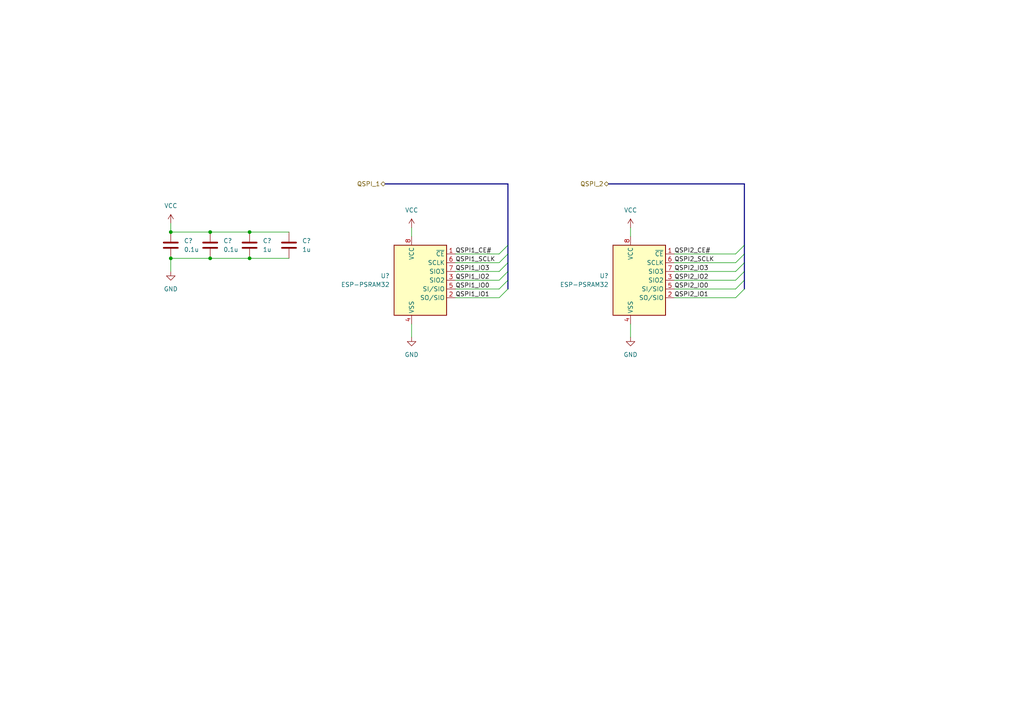
<source format=kicad_sch>
(kicad_sch (version 20221004) (generator eeschema)

  (uuid 1922ffb6-7fda-49ff-a2db-474c59a9291b)

  (paper "A4")

  (lib_symbols
    (symbol "Device:C" (pin_numbers hide) (pin_names (offset 0.254)) (in_bom yes) (on_board yes)
      (property "Reference" "C" (at 0.635 2.54 0)
        (effects (font (size 1.27 1.27)) (justify left))
      )
      (property "Value" "C" (at 0.635 -2.54 0)
        (effects (font (size 1.27 1.27)) (justify left))
      )
      (property "Footprint" "" (at 0.9652 -3.81 0)
        (effects (font (size 1.27 1.27)) hide)
      )
      (property "Datasheet" "~" (at 0 0 0)
        (effects (font (size 1.27 1.27)) hide)
      )
      (property "ki_keywords" "cap capacitor" (at 0 0 0)
        (effects (font (size 1.27 1.27)) hide)
      )
      (property "ki_description" "Unpolarized capacitor" (at 0 0 0)
        (effects (font (size 1.27 1.27)) hide)
      )
      (property "ki_fp_filters" "C_*" (at 0 0 0)
        (effects (font (size 1.27 1.27)) hide)
      )
      (symbol "C_0_1"
        (polyline
          (pts
            (xy -2.032 -0.762)
            (xy 2.032 -0.762)
          )
          (stroke (width 0.508) (type default))
          (fill (type none))
        )
        (polyline
          (pts
            (xy -2.032 0.762)
            (xy 2.032 0.762)
          )
          (stroke (width 0.508) (type default))
          (fill (type none))
        )
      )
      (symbol "C_1_1"
        (pin passive line (at 0 3.81 270) (length 2.794)
          (name "~" (effects (font (size 1.27 1.27))))
          (number "1" (effects (font (size 1.27 1.27))))
        )
        (pin passive line (at 0 -3.81 90) (length 2.794)
          (name "~" (effects (font (size 1.27 1.27))))
          (number "2" (effects (font (size 1.27 1.27))))
        )
      )
    )
    (symbol "Memory_RAM:ESP-PSRAM32" (in_bom yes) (on_board yes)
      (property "Reference" "U" (at 3.81 11.43 0)
        (effects (font (size 1.27 1.27)))
      )
      (property "Value" "ESP-PSRAM32" (at -1.27 -11.43 0)
        (effects (font (size 1.27 1.27)) (justify left))
      )
      (property "Footprint" "Package_SO:SOIC-8_3.9x4.9mm_P1.27mm" (at 0 -15.24 0)
        (effects (font (size 1.27 1.27)) hide)
      )
      (property "Datasheet" "https://www.espressif.com/sites/default/files/documentation/esp-psram32_datasheet_en.pdf" (at -10.16 12.7 0)
        (effects (font (size 1.27 1.27)) hide)
      )
      (property "ki_keywords" "32 Mbit serial pseudo SRAM MEMORY" (at 0 0 0)
        (effects (font (size 1.27 1.27)) hide)
      )
      (property "ki_description" "32 Mbit serial pseudo SRAM device organized as 4Mx8 bits, 1.8 VCC, SOIC8 (SOP8)" (at 0 0 0)
        (effects (font (size 1.27 1.27)) hide)
      )
      (property "ki_fp_filters" "SOIC*3.9x4.9mm?P1.27mm*" (at 0 0 0)
        (effects (font (size 1.27 1.27)) hide)
      )
      (symbol "ESP-PSRAM32_0_1"
        (rectangle (start -7.62 10.16) (end 7.62 -10.16)
          (stroke (width 0.254) (type default))
          (fill (type background))
        )
      )
      (symbol "ESP-PSRAM32_1_1"
        (pin input line (at 10.16 7.62 180) (length 2.54)
          (name "~{CE}" (effects (font (size 1.27 1.27))))
          (number "1" (effects (font (size 1.27 1.27))))
        )
        (pin output line (at 10.16 -5.08 180) (length 2.54)
          (name "SO/SIO" (effects (font (size 1.27 1.27))))
          (number "2" (effects (font (size 1.27 1.27))))
        )
        (pin bidirectional line (at 10.16 0 180) (length 2.54)
          (name "SIO2" (effects (font (size 1.27 1.27))))
          (number "3" (effects (font (size 1.27 1.27))))
        )
        (pin power_in line (at -2.54 -12.7 90) (length 2.54)
          (name "VSS" (effects (font (size 1.27 1.27))))
          (number "4" (effects (font (size 1.27 1.27))))
        )
        (pin input line (at 10.16 -2.54 180) (length 2.54)
          (name "SI/SIO" (effects (font (size 1.27 1.27))))
          (number "5" (effects (font (size 1.27 1.27))))
        )
        (pin output line (at 10.16 5.08 180) (length 2.54)
          (name "SCLK" (effects (font (size 1.27 1.27))))
          (number "6" (effects (font (size 1.27 1.27))))
        )
        (pin bidirectional line (at 10.16 2.54 180) (length 2.54)
          (name "SIO3" (effects (font (size 1.27 1.27))))
          (number "7" (effects (font (size 1.27 1.27))))
        )
        (pin power_in line (at -2.54 12.7 270) (length 2.54)
          (name "VCC" (effects (font (size 1.27 1.27))))
          (number "8" (effects (font (size 1.27 1.27))))
        )
      )
    )
    (symbol "fpga_extension_library:VCC_QSPI" (power) (pin_names (offset 0)) (in_bom yes) (on_board yes)
      (property "Reference" "#PWR" (at 0 -3.81 0)
        (effects (font (size 1.27 1.27)) hide)
      )
      (property "Value" "VCC_QSPI" (at 0 3.81 0)
        (effects (font (size 1.27 1.27)))
      )
      (property "Footprint" "" (at 0 0 0)
        (effects (font (size 1.27 1.27)) hide)
      )
      (property "Datasheet" "" (at 0 0 0)
        (effects (font (size 1.27 1.27)) hide)
      )
      (property "ki_keywords" "power-flag" (at 0 0 0)
        (effects (font (size 1.27 1.27)) hide)
      )
      (property "ki_description" "Power symbol creates a global label with name \"VCC\"" (at 0 0 0)
        (effects (font (size 1.27 1.27)) hide)
      )
      (symbol "VCC_QSPI_0_1"
        (polyline
          (pts
            (xy -0.762 1.27)
            (xy 0 2.54)
          )
          (stroke (width 0) (type default))
          (fill (type none))
        )
        (polyline
          (pts
            (xy 0 0)
            (xy 0 2.54)
          )
          (stroke (width 0) (type default))
          (fill (type none))
        )
        (polyline
          (pts
            (xy 0 2.54)
            (xy 0.762 1.27)
          )
          (stroke (width 0) (type default))
          (fill (type none))
        )
      )
      (symbol "VCC_QSPI_1_1"
        (pin power_in line (at 0 0 90) (length 0) hide
          (name "VCC" (effects (font (size 1.27 1.27))))
          (number "1" (effects (font (size 1.27 1.27))))
        )
      )
    )
    (symbol "power:GND" (power) (pin_names (offset 0)) (in_bom yes) (on_board yes)
      (property "Reference" "#PWR" (at 0 -6.35 0)
        (effects (font (size 1.27 1.27)) hide)
      )
      (property "Value" "GND" (at 0 -3.81 0)
        (effects (font (size 1.27 1.27)))
      )
      (property "Footprint" "" (at 0 0 0)
        (effects (font (size 1.27 1.27)) hide)
      )
      (property "Datasheet" "" (at 0 0 0)
        (effects (font (size 1.27 1.27)) hide)
      )
      (property "ki_keywords" "power-flag" (at 0 0 0)
        (effects (font (size 1.27 1.27)) hide)
      )
      (property "ki_description" "Power symbol creates a global label with name \"GND\" , ground" (at 0 0 0)
        (effects (font (size 1.27 1.27)) hide)
      )
      (symbol "GND_0_1"
        (polyline
          (pts
            (xy 0 0)
            (xy 0 -1.27)
            (xy 1.27 -1.27)
            (xy 0 -2.54)
            (xy -1.27 -1.27)
            (xy 0 -1.27)
          )
          (stroke (width 0) (type default))
          (fill (type none))
        )
      )
      (symbol "GND_1_1"
        (pin power_in line (at 0 0 270) (length 0) hide
          (name "GND" (effects (font (size 1.27 1.27))))
          (number "1" (effects (font (size 1.27 1.27))))
        )
      )
    )
  )

  (junction (at 72.39 74.93) (diameter 0) (color 0 0 0 0)
    (uuid 2f6c5dfa-8a42-467d-aa8b-92a2a24ce5c1)
  )
  (junction (at 49.53 67.31) (diameter 0) (color 0 0 0 0)
    (uuid 4058a6a6-e568-47ec-9591-c792297658ac)
  )
  (junction (at 49.53 74.93) (diameter 0) (color 0 0 0 0)
    (uuid 78529aa6-d041-47e1-9443-db79cd03ef0a)
  )
  (junction (at 60.96 67.31) (diameter 0) (color 0 0 0 0)
    (uuid abca71f5-31e5-435b-a5a4-44454bf5b631)
  )
  (junction (at 60.96 74.93) (diameter 0) (color 0 0 0 0)
    (uuid c3d97cdc-8515-43e3-b1bb-a4ab23ed37d0)
  )
  (junction (at 72.39 67.31) (diameter 0) (color 0 0 0 0)
    (uuid fd4c9e9f-c04b-4b5a-a5c5-9996dc5e426b)
  )

  (bus_entry (at 144.78 76.2) (size 2.54 -2.54)
    (stroke (width 0) (type default))
    (uuid 4065c8fb-ffcf-4b50-aba1-fa4e8cb2caef)
  )
  (bus_entry (at 213.36 73.66) (size 2.54 -2.54)
    (stroke (width 0) (type default))
    (uuid 4fe4f960-cdd9-4a2c-be2c-494e2da47eb6)
  )
  (bus_entry (at 213.36 86.36) (size 2.54 -2.54)
    (stroke (width 0) (type default))
    (uuid 604d893e-380a-42df-9481-6724dc67b540)
  )
  (bus_entry (at 213.36 78.74) (size 2.54 -2.54)
    (stroke (width 0) (type default))
    (uuid 651d972b-e163-4211-b3c3-c9a73d208f63)
  )
  (bus_entry (at 144.78 86.36) (size 2.54 -2.54)
    (stroke (width 0) (type default))
    (uuid 84a235bc-3945-41d4-9960-9b64fdbde0da)
  )
  (bus_entry (at 213.36 81.28) (size 2.54 -2.54)
    (stroke (width 0) (type default))
    (uuid 9d70127c-14f3-4ee8-9131-76ebb2cd0539)
  )
  (bus_entry (at 213.36 76.2) (size 2.54 -2.54)
    (stroke (width 0) (type default))
    (uuid bc55685a-347f-408d-a290-42c91b58c76b)
  )
  (bus_entry (at 213.36 83.82) (size 2.54 -2.54)
    (stroke (width 0) (type default))
    (uuid cf896c4e-8b5b-4398-86eb-13c99352817b)
  )
  (bus_entry (at 144.78 78.74) (size 2.54 -2.54)
    (stroke (width 0) (type default))
    (uuid d6389db2-967c-4782-b753-396a566c998a)
  )
  (bus_entry (at 144.78 83.82) (size 2.54 -2.54)
    (stroke (width 0) (type default))
    (uuid dac2e656-07de-4b92-80c6-6bff6bee838b)
  )
  (bus_entry (at 144.78 81.28) (size 2.54 -2.54)
    (stroke (width 0) (type default))
    (uuid eeec9e76-a27d-43b2-b1ce-2ae4e38ee4f5)
  )
  (bus_entry (at 144.78 73.66) (size 2.54 -2.54)
    (stroke (width 0) (type default))
    (uuid fac6a4df-3d58-4e20-bd3e-c4bb42b8ddd8)
  )

  (wire (pts (xy 83.82 67.31) (xy 72.39 67.31))
    (stroke (width 0) (type default))
    (uuid 02654ce2-7fe9-4ff3-b13a-84f4dea03707)
  )
  (wire (pts (xy 195.58 81.28) (xy 213.36 81.28))
    (stroke (width 0) (type default))
    (uuid 06339c0a-9b8a-4eb1-bdde-6ca8d7124742)
  )
  (bus (pts (xy 111.76 53.34) (xy 147.32 53.34))
    (stroke (width 0) (type default))
    (uuid 06b186c0-3ce7-496c-b7af-0b096429b92e)
  )
  (bus (pts (xy 215.9 78.74) (xy 215.9 76.2))
    (stroke (width 0) (type default))
    (uuid 12e53fbb-0d07-4e21-8cb2-c4dce72dc47d)
  )
  (bus (pts (xy 147.32 78.74) (xy 147.32 76.2))
    (stroke (width 0) (type default))
    (uuid 1fad05f0-5650-4a45-9444-2f75bec49b51)
  )

  (wire (pts (xy 132.08 86.36) (xy 144.78 86.36))
    (stroke (width 0) (type default))
    (uuid 23222c61-991b-43b3-90cf-6a9f2b461dfd)
  )
  (wire (pts (xy 49.53 74.93) (xy 49.53 78.74))
    (stroke (width 0) (type default))
    (uuid 2c7418a4-1762-4ccd-b92f-d3960e7c96ef)
  )
  (wire (pts (xy 132.08 81.28) (xy 144.78 81.28))
    (stroke (width 0) (type default))
    (uuid 53bbf9ad-38e9-4ed3-bd2c-8280d4ddb528)
  )
  (wire (pts (xy 119.38 66.04) (xy 119.38 68.58))
    (stroke (width 0) (type default))
    (uuid 5744e509-48c8-4c58-8c9e-a2f96df0d54c)
  )
  (wire (pts (xy 72.39 67.31) (xy 60.96 67.31))
    (stroke (width 0) (type default))
    (uuid 60f51faa-d4a5-4540-be65-6123615a9c38)
  )
  (wire (pts (xy 49.53 67.31) (xy 49.53 64.77))
    (stroke (width 0) (type default))
    (uuid 61562508-b76a-41c1-97e0-665911d3c06a)
  )
  (wire (pts (xy 83.82 74.93) (xy 72.39 74.93))
    (stroke (width 0) (type default))
    (uuid 65cac62c-0f7f-4da7-b41e-408ffa812655)
  )
  (wire (pts (xy 195.58 73.66) (xy 213.36 73.66))
    (stroke (width 0) (type default))
    (uuid 6ad84896-34be-4ba6-abc8-484871271d7c)
  )
  (bus (pts (xy 147.32 81.28) (xy 147.32 78.74))
    (stroke (width 0) (type default))
    (uuid 6d8334da-2f23-49a4-a23e-cdbd45d500f9)
  )
  (bus (pts (xy 147.32 76.2) (xy 147.32 73.66))
    (stroke (width 0) (type default))
    (uuid 6f5d3b62-f3c0-43a2-b311-fc71c9b26ff8)
  )

  (wire (pts (xy 195.58 83.82) (xy 213.36 83.82))
    (stroke (width 0) (type default))
    (uuid 71da9c78-abef-479b-98b4-886917672037)
  )
  (wire (pts (xy 195.58 86.36) (xy 213.36 86.36))
    (stroke (width 0) (type default))
    (uuid 7942e109-4eb1-469b-998b-9b9f6d885910)
  )
  (bus (pts (xy 215.9 73.66) (xy 215.9 71.12))
    (stroke (width 0) (type default))
    (uuid 8804647a-d2bf-4057-b8f2-928fa16353f7)
  )

  (wire (pts (xy 195.58 78.74) (xy 213.36 78.74))
    (stroke (width 0) (type default))
    (uuid 89deb64d-c920-4820-b49d-be77f17d81b1)
  )
  (wire (pts (xy 132.08 83.82) (xy 144.78 83.82))
    (stroke (width 0) (type default))
    (uuid 8b9fec4c-fe0b-42db-9878-619dbb2e8ec2)
  )
  (bus (pts (xy 215.9 71.12) (xy 215.9 53.34))
    (stroke (width 0) (type default))
    (uuid 8dc9527d-1bdf-43e1-8f8f-26ac5068ba57)
  )

  (wire (pts (xy 182.88 93.98) (xy 182.88 97.79))
    (stroke (width 0) (type default))
    (uuid 9294970f-ede1-41b2-b5e0-e4f0479740b2)
  )
  (bus (pts (xy 215.9 81.28) (xy 215.9 78.74))
    (stroke (width 0) (type default))
    (uuid 9a2204fb-9ca4-41a1-8c82-e6bf8f927415)
  )

  (wire (pts (xy 195.58 76.2) (xy 213.36 76.2))
    (stroke (width 0) (type default))
    (uuid a43d4b07-1d3f-4661-9a35-21784f63347c)
  )
  (bus (pts (xy 215.9 76.2) (xy 215.9 73.66))
    (stroke (width 0) (type default))
    (uuid a6fcb2a8-5313-48a6-8c8f-0bd79f2c2e92)
  )

  (wire (pts (xy 60.96 67.31) (xy 49.53 67.31))
    (stroke (width 0) (type default))
    (uuid b62b441f-2964-4215-a3af-ee26f1f87de4)
  )
  (wire (pts (xy 132.08 78.74) (xy 144.78 78.74))
    (stroke (width 0) (type default))
    (uuid b7045310-cff7-458f-97c5-f3305913aed7)
  )
  (bus (pts (xy 215.9 83.82) (xy 215.9 81.28))
    (stroke (width 0) (type default))
    (uuid b7a0a820-3d3e-4091-aaa1-b0bfb950d8ba)
  )
  (bus (pts (xy 147.32 83.82) (xy 147.32 81.28))
    (stroke (width 0) (type default))
    (uuid c098352e-5b9a-49ae-8a66-b01d7c0ce9a7)
  )

  (wire (pts (xy 72.39 74.93) (xy 60.96 74.93))
    (stroke (width 0) (type default))
    (uuid c52339c1-865f-46ff-a34f-b5e1c9c07913)
  )
  (wire (pts (xy 132.08 76.2) (xy 144.78 76.2))
    (stroke (width 0) (type default))
    (uuid c77dcd12-08cb-4ee8-8b3e-3ab3227a52b6)
  )
  (wire (pts (xy 119.38 93.98) (xy 119.38 97.79))
    (stroke (width 0) (type default))
    (uuid d47cc44f-abd2-4cb0-955c-53ff852a7670)
  )
  (bus (pts (xy 176.53 53.34) (xy 215.9 53.34))
    (stroke (width 0) (type default))
    (uuid df6defe4-0472-4c0c-ad7e-dbb41f26f8a6)
  )

  (wire (pts (xy 60.96 74.93) (xy 49.53 74.93))
    (stroke (width 0) (type default))
    (uuid e17d8359-87d5-4559-aa39-f029b4d8884b)
  )
  (bus (pts (xy 147.32 71.12) (xy 147.32 53.34))
    (stroke (width 0) (type default))
    (uuid e8816140-0fd4-4d75-819a-f65cd6bc4655)
  )

  (wire (pts (xy 132.08 73.66) (xy 144.78 73.66))
    (stroke (width 0) (type default))
    (uuid e94d63d5-ffa5-4f1d-b655-519c7ef7eef0)
  )
  (bus (pts (xy 147.32 73.66) (xy 147.32 71.12))
    (stroke (width 0) (type default))
    (uuid e96cb502-4047-486c-b726-635a925b0ecd)
  )

  (wire (pts (xy 182.88 66.04) (xy 182.88 68.58))
    (stroke (width 0) (type default))
    (uuid fe2daf97-87e9-4f11-8362-d8e161d1aa7a)
  )

  (label "QSPI2_IO0" (at 195.58 83.82 0) (fields_autoplaced)
    (effects (font (size 1.27 1.27)) (justify left bottom))
    (uuid 10063e05-ae49-42af-818d-501db652cffb)
  )
  (label "QSPI1_IO2" (at 132.08 81.28 0) (fields_autoplaced)
    (effects (font (size 1.27 1.27)) (justify left bottom))
    (uuid 4b009266-d309-4daa-b0d0-be665b559a6a)
  )
  (label "QSPI1_IO1" (at 132.08 86.36 0) (fields_autoplaced)
    (effects (font (size 1.27 1.27)) (justify left bottom))
    (uuid 52f6e4e4-99f0-4175-b3ea-c5441c27d27c)
  )
  (label "QSPI1_SCLK" (at 132.08 76.2 0) (fields_autoplaced)
    (effects (font (size 1.27 1.27)) (justify left bottom))
    (uuid 7dd7aecb-3f18-4b60-be4e-a520abd89065)
  )
  (label "QSPI1_CE#" (at 132.08 73.66 0) (fields_autoplaced)
    (effects (font (size 1.27 1.27)) (justify left bottom))
    (uuid 917fab28-e48e-437a-b1d4-37dc655f4bad)
  )
  (label "QSPI2_IO3" (at 195.58 78.74 0) (fields_autoplaced)
    (effects (font (size 1.27 1.27)) (justify left bottom))
    (uuid ac9cb882-9022-40c0-9d19-5148878394a7)
  )
  (label "QSPI2_IO2" (at 195.58 81.28 0) (fields_autoplaced)
    (effects (font (size 1.27 1.27)) (justify left bottom))
    (uuid c526c4ed-1933-4b14-b005-2079cadbd318)
  )
  (label "QSPI2_CE#" (at 195.58 73.66 0) (fields_autoplaced)
    (effects (font (size 1.27 1.27)) (justify left bottom))
    (uuid d383553d-3be1-430f-9087-873ce1a02089)
  )
  (label "QSPI1_IO3" (at 132.08 78.74 0) (fields_autoplaced)
    (effects (font (size 1.27 1.27)) (justify left bottom))
    (uuid db710793-0e4d-4432-a2df-6b6978fed3f5)
  )
  (label "QSPI2_IO1" (at 195.58 86.36 0) (fields_autoplaced)
    (effects (font (size 1.27 1.27)) (justify left bottom))
    (uuid e3cac474-8192-49b4-9c24-8dfdabd42c61)
  )
  (label "QSPI1_IO0" (at 132.08 83.82 0) (fields_autoplaced)
    (effects (font (size 1.27 1.27)) (justify left bottom))
    (uuid e4013d54-a277-41da-9b23-657432014a7b)
  )
  (label "QSPI2_SCLK" (at 195.58 76.2 0) (fields_autoplaced)
    (effects (font (size 1.27 1.27)) (justify left bottom))
    (uuid ebd461d2-eb2e-4554-b665-c7418479396a)
  )

  (hierarchical_label "QSPI_1" (shape bidirectional) (at 111.76 53.34 180) (fields_autoplaced)
    (effects (font (size 1.27 1.27)) (justify right))
    (uuid 92098dea-0e72-43c4-8af2-9d56b32b34aa)
  )
  (hierarchical_label "QSPI_2" (shape bidirectional) (at 176.53 53.34 180) (fields_autoplaced)
    (effects (font (size 1.27 1.27)) (justify right))
    (uuid a9000ae1-1965-4cbb-aed0-45e0e0de2fac)
  )

  (symbol (lib_id "power:GND") (at 49.53 78.74 0) (unit 1)
    (in_bom yes) (on_board yes) (dnp no) (fields_autoplaced)
    (uuid 123f3ad3-0fd7-40f5-9a7f-3e2dc105ea7e)
    (property "Reference" "#PWR0163" (at 49.53 85.09 0)
      (effects (font (size 1.27 1.27)) hide)
    )
    (property "Value" "GND" (at 49.53 83.82 0)
      (effects (font (size 1.27 1.27)))
    )
    (property "Footprint" "" (at 49.53 78.74 0)
      (effects (font (size 1.27 1.27)) hide)
    )
    (property "Datasheet" "" (at 49.53 78.74 0)
      (effects (font (size 1.27 1.27)) hide)
    )
    (pin "1" (uuid 334ed57c-e727-4eb6-87b5-a89308be9628))
    (instances
      (project "fpga_extension"
        (path "/a6f73e0d-9cce-49ab-8363-cdcc30f9e355/50a7b31e-7ebf-40b9-aea8-607bd559467f"
          (reference "#PWR0163") (unit 1) (value "GND") (footprint "")
        )
      )
    )
  )

  (symbol (lib_id "power:GND") (at 119.38 97.79 0) (unit 1)
    (in_bom yes) (on_board yes) (dnp no) (fields_autoplaced)
    (uuid 1b87a5b2-d2d7-4479-ab0e-7b984ae895ce)
    (property "Reference" "#PWR0162" (at 119.38 104.14 0)
      (effects (font (size 1.27 1.27)) hide)
    )
    (property "Value" "GND" (at 119.38 102.87 0)
      (effects (font (size 1.27 1.27)))
    )
    (property "Footprint" "" (at 119.38 97.79 0)
      (effects (font (size 1.27 1.27)) hide)
    )
    (property "Datasheet" "" (at 119.38 97.79 0)
      (effects (font (size 1.27 1.27)) hide)
    )
    (pin "1" (uuid af55655d-3b98-4345-bbcc-9b49a3ce693b))
    (instances
      (project "fpga_extension"
        (path "/a6f73e0d-9cce-49ab-8363-cdcc30f9e355/50a7b31e-7ebf-40b9-aea8-607bd559467f"
          (reference "#PWR0162") (unit 1) (value "GND") (footprint "")
        )
      )
    )
  )

  (symbol (lib_id "power:GND") (at 182.88 97.79 0) (unit 1)
    (in_bom yes) (on_board yes) (dnp no) (fields_autoplaced)
    (uuid 1e9044c0-446d-4daf-96f8-d106e2441d3c)
    (property "Reference" "#PWR0158" (at 182.88 104.14 0)
      (effects (font (size 1.27 1.27)) hide)
    )
    (property "Value" "GND" (at 182.88 102.87 0)
      (effects (font (size 1.27 1.27)))
    )
    (property "Footprint" "" (at 182.88 97.79 0)
      (effects (font (size 1.27 1.27)) hide)
    )
    (property "Datasheet" "" (at 182.88 97.79 0)
      (effects (font (size 1.27 1.27)) hide)
    )
    (pin "1" (uuid b40fe5a2-2058-4f19-85fc-02011b7e8c6e))
    (instances
      (project "fpga_extension"
        (path "/a6f73e0d-9cce-49ab-8363-cdcc30f9e355/50a7b31e-7ebf-40b9-aea8-607bd559467f"
          (reference "#PWR0158") (unit 1) (value "GND") (footprint "")
        )
      )
    )
  )

  (symbol (lib_id "Device:C") (at 83.82 71.12 0) (unit 1)
    (in_bom yes) (on_board yes) (dnp no) (fields_autoplaced)
    (uuid 2e6774af-46aa-4698-ab3d-ffd2990b8e95)
    (property "Reference" "C?" (at 87.63 69.8499 0)
      (effects (font (size 1.27 1.27)) (justify left))
    )
    (property "Value" "1u" (at 87.63 72.3899 0)
      (effects (font (size 1.27 1.27)) (justify left))
    )
    (property "Footprint" "Capacitor_SMD:C_0402_1005Metric_Pad0.74x0.62mm_HandSolder" (at 84.7852 74.93 0)
      (effects (font (size 1.27 1.27)) hide)
    )
    (property "Datasheet" "~" (at 83.82 71.12 0)
      (effects (font (size 1.27 1.27)) hide)
    )
    (pin "1" (uuid a2d05077-9d30-46c6-8209-d46a70c0ce86))
    (pin "2" (uuid 14019151-1b22-4eab-899e-7005da2dd1e5))
    (instances
      (project "fpga_extension"
        (path "/a6f73e0d-9cce-49ab-8363-cdcc30f9e355/50a7b31e-7ebf-40b9-aea8-607bd559467f"
          (reference "C?") (unit 1) (value "1u") (footprint "Capacitor_SMD:C_0402_1005Metric_Pad0.74x0.62mm_HandSolder")
        )
      )
    )
  )

  (symbol (lib_id "fpga_extension_library:VCC_QSPI") (at 119.38 66.04 0) (unit 1)
    (in_bom yes) (on_board yes) (dnp no) (fields_autoplaced)
    (uuid 32aa64a7-8a9e-4c47-8aa8-9e71a2daa867)
    (property "Reference" "#PWR0160" (at 119.38 69.85 0)
      (effects (font (size 1.27 1.27)) hide)
    )
    (property "Value" "VCC_QSPI" (at 119.38 60.96 0)
      (effects (font (size 1.27 1.27)))
    )
    (property "Footprint" "" (at 119.38 66.04 0)
      (effects (font (size 1.27 1.27)) hide)
    )
    (property "Datasheet" "" (at 119.38 66.04 0)
      (effects (font (size 1.27 1.27)) hide)
    )
    (pin "1" (uuid 2d3645f0-5e3c-4ee7-ae58-320ab620781d))
    (instances
      (project "fpga_extension"
        (path "/a6f73e0d-9cce-49ab-8363-cdcc30f9e355/50a7b31e-7ebf-40b9-aea8-607bd559467f"
          (reference "#PWR0160") (unit 1) (value "VCC_QSPI") (footprint "")
        )
      )
    )
  )

  (symbol (lib_id "Memory_RAM:ESP-PSRAM32") (at 121.92 81.28 0) (unit 1)
    (in_bom yes) (on_board yes) (dnp no) (fields_autoplaced)
    (uuid 5a8ef9c5-a99b-4070-afc1-34dd0172775c)
    (property "Reference" "U?" (at 113.03 80.0099 0)
      (effects (font (size 1.27 1.27)) (justify right))
    )
    (property "Value" "ESP-PSRAM32" (at 113.03 82.5499 0)
      (effects (font (size 1.27 1.27)) (justify right))
    )
    (property "Footprint" "Package_SO:SOIC-8_3.9x4.9mm_P1.27mm" (at 121.92 96.52 0)
      (effects (font (size 1.27 1.27)) hide)
    )
    (property "Datasheet" "https://www.espressif.com/sites/default/files/documentation/esp-psram32_datasheet_en.pdf" (at 111.76 68.58 0)
      (effects (font (size 1.27 1.27)) hide)
    )
    (pin "1" (uuid 3ff4471a-d9da-4126-af01-ea9a764303aa))
    (pin "2" (uuid 6865f33e-5f44-4bb4-8876-a58f89f83813))
    (pin "3" (uuid cd904fde-884f-489c-bafe-13dcf58ca270))
    (pin "4" (uuid cccdd42d-5b5e-4b2a-98fd-ac3fa5a22c14))
    (pin "5" (uuid ce9aa4c0-4504-4a0d-8ccf-449927b83544))
    (pin "6" (uuid 00efd808-ebaa-4f25-9257-0371adb426e0))
    (pin "7" (uuid 6f79164a-ca63-4219-8918-281bfcb8510a))
    (pin "8" (uuid b71e8876-a927-4bd4-afad-057dc5f5d44b))
    (instances
      (project "fpga_extension"
        (path "/a6f73e0d-9cce-49ab-8363-cdcc30f9e355/50a7b31e-7ebf-40b9-aea8-607bd559467f"
          (reference "U?") (unit 1) (value "ESP-PSRAM32") (footprint "Package_SO:SOIC-8_3.9x4.9mm_P1.27mm")
        )
      )
    )
  )

  (symbol (lib_id "Device:C") (at 60.96 71.12 0) (unit 1)
    (in_bom yes) (on_board yes) (dnp no) (fields_autoplaced)
    (uuid 6f45ea45-c001-4be9-a178-c648d7e6feca)
    (property "Reference" "C?" (at 64.77 69.8499 0)
      (effects (font (size 1.27 1.27)) (justify left))
    )
    (property "Value" "0.1u" (at 64.77 72.3899 0)
      (effects (font (size 1.27 1.27)) (justify left))
    )
    (property "Footprint" "Capacitor_SMD:C_0402_1005Metric_Pad0.74x0.62mm_HandSolder" (at 61.9252 74.93 0)
      (effects (font (size 1.27 1.27)) hide)
    )
    (property "Datasheet" "~" (at 60.96 71.12 0)
      (effects (font (size 1.27 1.27)) hide)
    )
    (pin "1" (uuid cfaa3d34-6672-4c1f-998c-53160ea5584b))
    (pin "2" (uuid 30f31b17-64c9-4cb9-aedf-882a2a2ff111))
    (instances
      (project "fpga_extension"
        (path "/a6f73e0d-9cce-49ab-8363-cdcc30f9e355/50a7b31e-7ebf-40b9-aea8-607bd559467f"
          (reference "C?") (unit 1) (value "0.1u") (footprint "Capacitor_SMD:C_0402_1005Metric_Pad0.74x0.62mm_HandSolder")
        )
      )
    )
  )

  (symbol (lib_id "Device:C") (at 72.39 71.12 0) (unit 1)
    (in_bom yes) (on_board yes) (dnp no) (fields_autoplaced)
    (uuid 6face6fe-0f3f-426a-ada4-1c431288f77e)
    (property "Reference" "C?" (at 76.2 69.8499 0)
      (effects (font (size 1.27 1.27)) (justify left))
    )
    (property "Value" "1u" (at 76.2 72.3899 0)
      (effects (font (size 1.27 1.27)) (justify left))
    )
    (property "Footprint" "Capacitor_SMD:C_0402_1005Metric_Pad0.74x0.62mm_HandSolder" (at 73.3552 74.93 0)
      (effects (font (size 1.27 1.27)) hide)
    )
    (property "Datasheet" "~" (at 72.39 71.12 0)
      (effects (font (size 1.27 1.27)) hide)
    )
    (pin "1" (uuid 9765831b-63e0-4e41-862e-f70e86565cf3))
    (pin "2" (uuid 337b9278-71a1-4bf4-ba9e-3855a284f5c9))
    (instances
      (project "fpga_extension"
        (path "/a6f73e0d-9cce-49ab-8363-cdcc30f9e355/50a7b31e-7ebf-40b9-aea8-607bd559467f"
          (reference "C?") (unit 1) (value "1u") (footprint "Capacitor_SMD:C_0402_1005Metric_Pad0.74x0.62mm_HandSolder")
        )
      )
    )
  )

  (symbol (lib_id "Device:C") (at 49.53 71.12 0) (unit 1)
    (in_bom yes) (on_board yes) (dnp no) (fields_autoplaced)
    (uuid 7836f56c-f306-46f0-9c2e-148ea6bb816a)
    (property "Reference" "C?" (at 53.34 69.8499 0)
      (effects (font (size 1.27 1.27)) (justify left))
    )
    (property "Value" "0.1u" (at 53.34 72.3899 0)
      (effects (font (size 1.27 1.27)) (justify left))
    )
    (property "Footprint" "Capacitor_SMD:C_0402_1005Metric_Pad0.74x0.62mm_HandSolder" (at 50.4952 74.93 0)
      (effects (font (size 1.27 1.27)) hide)
    )
    (property "Datasheet" "~" (at 49.53 71.12 0)
      (effects (font (size 1.27 1.27)) hide)
    )
    (pin "1" (uuid 68f433cc-aede-4cef-babb-00cf8efa4c51))
    (pin "2" (uuid 7f2ebc5e-ebc3-4007-acd5-602d1542d0e0))
    (instances
      (project "fpga_extension"
        (path "/a6f73e0d-9cce-49ab-8363-cdcc30f9e355/50a7b31e-7ebf-40b9-aea8-607bd559467f"
          (reference "C?") (unit 1) (value "0.1u") (footprint "Capacitor_SMD:C_0402_1005Metric_Pad0.74x0.62mm_HandSolder")
        )
      )
    )
  )

  (symbol (lib_id "Memory_RAM:ESP-PSRAM32") (at 185.42 81.28 0) (unit 1)
    (in_bom yes) (on_board yes) (dnp no) (fields_autoplaced)
    (uuid 83105dfd-eb39-433b-8ada-7c8a08960009)
    (property "Reference" "U?" (at 176.53 80.0099 0)
      (effects (font (size 1.27 1.27)) (justify right))
    )
    (property "Value" "ESP-PSRAM32" (at 176.53 82.5499 0)
      (effects (font (size 1.27 1.27)) (justify right))
    )
    (property "Footprint" "Package_SO:SOIC-8_3.9x4.9mm_P1.27mm" (at 185.42 96.52 0)
      (effects (font (size 1.27 1.27)) hide)
    )
    (property "Datasheet" "https://www.espressif.com/sites/default/files/documentation/esp-psram32_datasheet_en.pdf" (at 175.26 68.58 0)
      (effects (font (size 1.27 1.27)) hide)
    )
    (pin "1" (uuid 2da5122d-30e0-41a8-956b-85b0d9b592f6))
    (pin "2" (uuid d5224b3b-c216-4c3d-a93d-c943ade0e499))
    (pin "3" (uuid 36a636ac-6cef-4fb4-9a7d-5167afac4656))
    (pin "4" (uuid e06996b4-7ce7-4c13-b236-ca15a6f56db1))
    (pin "5" (uuid b327890b-8453-4c41-a4ff-4db3a5025475))
    (pin "6" (uuid edb667e2-1731-4a18-b2e5-d6e82210356d))
    (pin "7" (uuid c1413b4a-881b-4e93-b12d-bb755e31f6e4))
    (pin "8" (uuid d477aa7b-1f25-4883-baab-6fe4fc9c7948))
    (instances
      (project "fpga_extension"
        (path "/a6f73e0d-9cce-49ab-8363-cdcc30f9e355/50a7b31e-7ebf-40b9-aea8-607bd559467f"
          (reference "U?") (unit 1) (value "ESP-PSRAM32") (footprint "Package_SO:SOIC-8_3.9x4.9mm_P1.27mm")
        )
      )
    )
  )

  (symbol (lib_id "fpga_extension_library:VCC_QSPI") (at 49.53 64.77 0) (unit 1)
    (in_bom yes) (on_board yes) (dnp no) (fields_autoplaced)
    (uuid 8ab1bac9-d4a6-44f7-aea5-bbf23f5ffec3)
    (property "Reference" "#PWR0161" (at 49.53 68.58 0)
      (effects (font (size 1.27 1.27)) hide)
    )
    (property "Value" "VCC_QSPI" (at 49.53 59.69 0)
      (effects (font (size 1.27 1.27)))
    )
    (property "Footprint" "" (at 49.53 64.77 0)
      (effects (font (size 1.27 1.27)) hide)
    )
    (property "Datasheet" "" (at 49.53 64.77 0)
      (effects (font (size 1.27 1.27)) hide)
    )
    (pin "1" (uuid d7e1d047-df84-4981-b6ac-8602042aa1fa))
    (instances
      (project "fpga_extension"
        (path "/a6f73e0d-9cce-49ab-8363-cdcc30f9e355/50a7b31e-7ebf-40b9-aea8-607bd559467f"
          (reference "#PWR0161") (unit 1) (value "VCC_QSPI") (footprint "")
        )
      )
    )
  )

  (symbol (lib_id "fpga_extension_library:VCC_QSPI") (at 182.88 66.04 0) (unit 1)
    (in_bom yes) (on_board yes) (dnp no) (fields_autoplaced)
    (uuid ccd1c0b7-64f5-4ba4-a740-925b7145dfd3)
    (property "Reference" "#PWR0159" (at 182.88 69.85 0)
      (effects (font (size 1.27 1.27)) hide)
    )
    (property "Value" "VCC_QSPI" (at 182.88 60.96 0)
      (effects (font (size 1.27 1.27)))
    )
    (property "Footprint" "" (at 182.88 66.04 0)
      (effects (font (size 1.27 1.27)) hide)
    )
    (property "Datasheet" "" (at 182.88 66.04 0)
      (effects (font (size 1.27 1.27)) hide)
    )
    (pin "1" (uuid 8ba01db3-51ff-4f59-9ff0-8c91896d1475))
    (instances
      (project "fpga_extension"
        (path "/a6f73e0d-9cce-49ab-8363-cdcc30f9e355/50a7b31e-7ebf-40b9-aea8-607bd559467f"
          (reference "#PWR0159") (unit 1) (value "VCC_QSPI") (footprint "")
        )
      )
    )
  )
)

</source>
